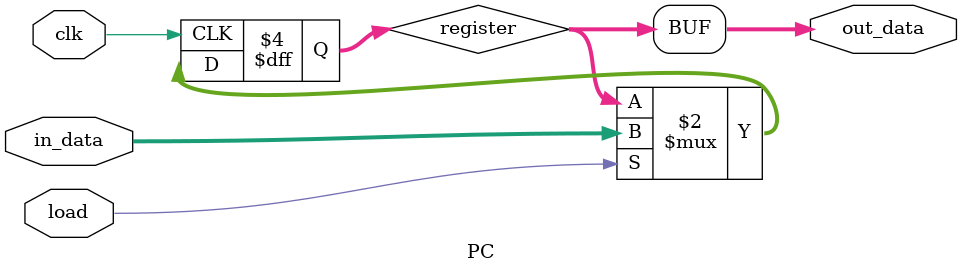
<source format=v>

module PC (
  clk, // sinal de clock
  load, // sinal de carga
  in_data, // entrada de dados
  out_data // saída de dados
);
  parameter BITS = 64; // número de bits do registrador

  input clk, load;
  input [BITS-1:0] in_data;
  output [BITS-1:0] out_data;

   // número de bits do registrador

  reg [BITS-1:0] register; // registrador

  assign out_data = register; // saída dos dados registrados

  always @(posedge clk) begin
    if (load) // carga habilitada
      register <= in_data; // atualiza o valor do registrador
  end

endmodule

</source>
